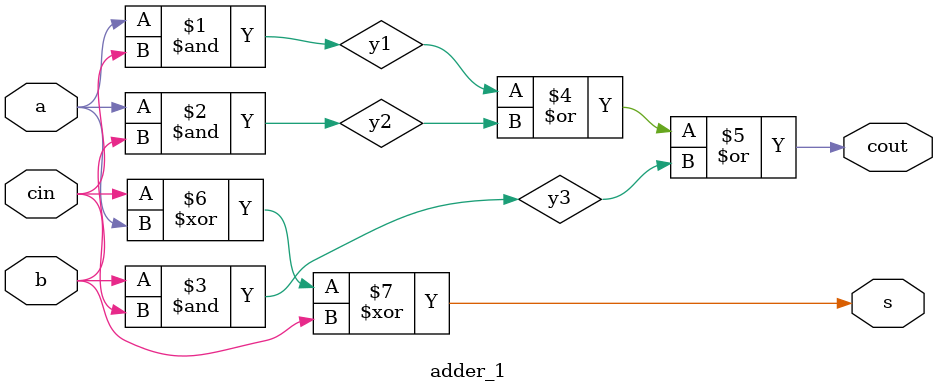
<source format=v>
module adder_1(s,cout,a,b,cin);//1-bit adder
    //I/O declaration
    output cout,s;                  
    input a,b,cin;
    //internalwire
    wire y1,y2,y3;
    //module instantaion
    and (y1,a,cin);
    and (y2,a,b);
    and (y3,b,cin);
    or(cout,y1,y2,y3);
    xor(s, cin, a, b);
endmodule
</source>
